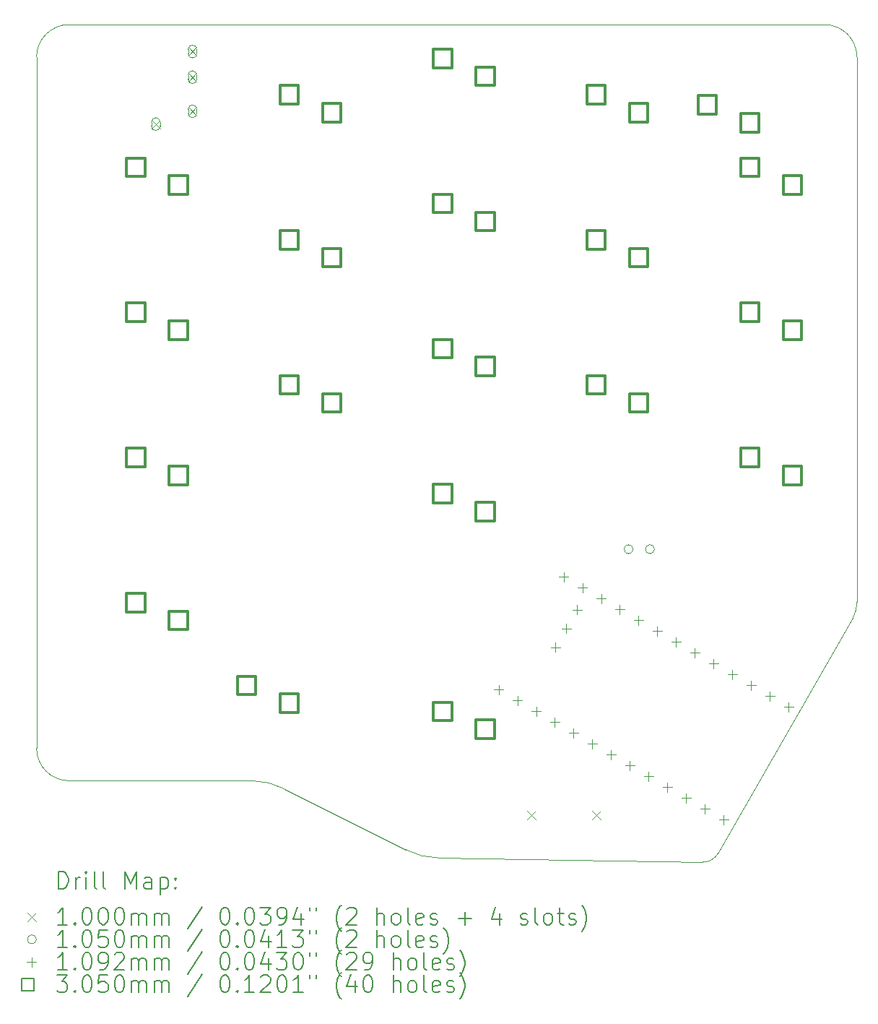
<source format=gbr>
%TF.GenerationSoftware,KiCad,Pcbnew,7.0.9-7.0.9~ubuntu22.04.1*%
%TF.CreationDate,2025-04-09T21:41:56+03:00*%
%TF.ProjectId,Keeb,4b656562-2e6b-4696-9361-645f70636258,rev?*%
%TF.SameCoordinates,Original*%
%TF.FileFunction,Drillmap*%
%TF.FilePolarity,Positive*%
%FSLAX45Y45*%
G04 Gerber Fmt 4.5, Leading zero omitted, Abs format (unit mm)*
G04 Created by KiCad (PCBNEW 7.0.9-7.0.9~ubuntu22.04.1) date 2025-04-09 21:41:56*
%MOMM*%
%LPD*%
G01*
G04 APERTURE LIST*
%ADD10C,0.050000*%
%ADD11C,0.200000*%
%ADD12C,0.100000*%
%ADD13C,0.105000*%
%ADD14C,0.109220*%
%ADD15C,0.305000*%
G04 APERTURE END LIST*
D10*
X13165124Y-12324546D02*
G75*
G03*
X12784125Y-12229294I-381004J-714374D01*
G01*
X10260000Y-3752044D02*
X10260000Y-11848294D01*
X19880250Y-10133794D02*
X19880250Y-3752044D01*
X13165125Y-12324544D02*
X14593875Y-13038919D01*
X10641000Y-3371045D02*
G75*
G03*
X10260000Y-3752044I-1J-380999D01*
G01*
X18070500Y-13181796D02*
G75*
G03*
X18250944Y-13081516I8120J197876D01*
G01*
X14593876Y-13038918D02*
G75*
G03*
X14974875Y-13134169I381004J714378D01*
G01*
X19499250Y-3371044D02*
X10641000Y-3371044D01*
X19832623Y-10324293D02*
G75*
G03*
X19880250Y-10133794I-357183J190503D01*
G01*
X18250944Y-13081516D02*
X19832625Y-10324294D01*
X19880246Y-3752044D02*
G75*
G03*
X19499250Y-3371044I-380996J4D01*
G01*
X18070500Y-13181794D02*
X14974875Y-13134169D01*
X10259996Y-11848294D02*
G75*
G03*
X10641000Y-12229294I381004J4D01*
G01*
X12784125Y-12229294D02*
X10641000Y-12229294D01*
D11*
D12*
X11607500Y-4486794D02*
X11707500Y-4586794D01*
X11707500Y-4486794D02*
X11607500Y-4586794D01*
X11607500Y-4511794D02*
X11607500Y-4561794D01*
X11607500Y-4561794D02*
G75*
G03*
X11707500Y-4561794I50000J0D01*
G01*
X11707500Y-4561794D02*
X11707500Y-4511794D01*
X11707500Y-4511794D02*
G75*
G03*
X11607500Y-4511794I-50000J0D01*
G01*
X12037500Y-3636794D02*
X12137500Y-3736794D01*
X12137500Y-3636794D02*
X12037500Y-3736794D01*
X12037500Y-3661794D02*
X12037500Y-3711794D01*
X12037500Y-3711794D02*
G75*
G03*
X12137500Y-3711794I50000J0D01*
G01*
X12137500Y-3711794D02*
X12137500Y-3661794D01*
X12137500Y-3661794D02*
G75*
G03*
X12037500Y-3661794I-50000J0D01*
G01*
X12037500Y-3936794D02*
X12137500Y-4036794D01*
X12137500Y-3936794D02*
X12037500Y-4036794D01*
X12037500Y-3961794D02*
X12037500Y-4011794D01*
X12037500Y-4011794D02*
G75*
G03*
X12137500Y-4011794I50000J0D01*
G01*
X12137500Y-4011794D02*
X12137500Y-3961794D01*
X12137500Y-3961794D02*
G75*
G03*
X12037500Y-3961794I-50000J0D01*
G01*
X12037500Y-4336794D02*
X12137500Y-4436794D01*
X12137500Y-4336794D02*
X12037500Y-4436794D01*
X12037500Y-4361794D02*
X12037500Y-4411794D01*
X12037500Y-4411794D02*
G75*
G03*
X12137500Y-4411794I50000J0D01*
G01*
X12137500Y-4411794D02*
X12137500Y-4361794D01*
X12137500Y-4361794D02*
G75*
G03*
X12037500Y-4361794I-50000J0D01*
G01*
X16011500Y-12583794D02*
X16111500Y-12683794D01*
X16111500Y-12583794D02*
X16011500Y-12683794D01*
X16773500Y-12583794D02*
X16873500Y-12683794D01*
X16873500Y-12583794D02*
X16773500Y-12683794D01*
D13*
X17255000Y-9516794D02*
G75*
G03*
X17255000Y-9516794I-52500J0D01*
G01*
X17505000Y-9516794D02*
G75*
G03*
X17505000Y-9516794I-52500J0D01*
G01*
D14*
X15678162Y-11107096D02*
X15678162Y-11216316D01*
X15623552Y-11161706D02*
X15732772Y-11161706D01*
X15898133Y-11234096D02*
X15898133Y-11343316D01*
X15843523Y-11288706D02*
X15952743Y-11288706D01*
X16118103Y-11361096D02*
X16118103Y-11470316D01*
X16063493Y-11415706D02*
X16172713Y-11415706D01*
X16338074Y-11488096D02*
X16338074Y-11597316D01*
X16283464Y-11542706D02*
X16392684Y-11542706D01*
X16345124Y-10612284D02*
X16345124Y-10721504D01*
X16290514Y-10666894D02*
X16399734Y-10666894D01*
X16440162Y-9787273D02*
X16440162Y-9896493D01*
X16385552Y-9841883D02*
X16494772Y-9841883D01*
X16472124Y-10392314D02*
X16472124Y-10501534D01*
X16417514Y-10446924D02*
X16526734Y-10446924D01*
X16558044Y-11615096D02*
X16558044Y-11724316D01*
X16503434Y-11669706D02*
X16612654Y-11669706D01*
X16599124Y-10172344D02*
X16599124Y-10281564D01*
X16544514Y-10226954D02*
X16653734Y-10226954D01*
X16660133Y-9914273D02*
X16660133Y-10023493D01*
X16605523Y-9968883D02*
X16714743Y-9968883D01*
X16778015Y-11742096D02*
X16778015Y-11851316D01*
X16723405Y-11796706D02*
X16832625Y-11796706D01*
X16880103Y-10041273D02*
X16880103Y-10150493D01*
X16825493Y-10095883D02*
X16934713Y-10095883D01*
X16997985Y-11869096D02*
X16997985Y-11978316D01*
X16943375Y-11923706D02*
X17052595Y-11923706D01*
X17100074Y-10168273D02*
X17100074Y-10277493D01*
X17045464Y-10222883D02*
X17154684Y-10222883D01*
X17217956Y-11996096D02*
X17217956Y-12105316D01*
X17163346Y-12050706D02*
X17272566Y-12050706D01*
X17320044Y-10295273D02*
X17320044Y-10404493D01*
X17265434Y-10349883D02*
X17374654Y-10349883D01*
X17437926Y-12123096D02*
X17437926Y-12232316D01*
X17383316Y-12177706D02*
X17492536Y-12177706D01*
X17540015Y-10422273D02*
X17540015Y-10531493D01*
X17485405Y-10476883D02*
X17594625Y-10476883D01*
X17657897Y-12250096D02*
X17657897Y-12359316D01*
X17603287Y-12304706D02*
X17712507Y-12304706D01*
X17759985Y-10549273D02*
X17759985Y-10658493D01*
X17705375Y-10603883D02*
X17814595Y-10603883D01*
X17877867Y-12377096D02*
X17877867Y-12486316D01*
X17823257Y-12431706D02*
X17932477Y-12431706D01*
X17979956Y-10676273D02*
X17979956Y-10785493D01*
X17925346Y-10730883D02*
X18034566Y-10730883D01*
X18097838Y-12504096D02*
X18097838Y-12613316D01*
X18043228Y-12558706D02*
X18152448Y-12558706D01*
X18199926Y-10803273D02*
X18199926Y-10912493D01*
X18145316Y-10857883D02*
X18254536Y-10857883D01*
X18317808Y-12631096D02*
X18317808Y-12740316D01*
X18263198Y-12685706D02*
X18372418Y-12685706D01*
X18419897Y-10930273D02*
X18419897Y-11039493D01*
X18365287Y-10984883D02*
X18474507Y-10984883D01*
X18639867Y-11057273D02*
X18639867Y-11166493D01*
X18585257Y-11111883D02*
X18694477Y-11111883D01*
X18859838Y-11184273D02*
X18859838Y-11293493D01*
X18805228Y-11238883D02*
X18914448Y-11238883D01*
X19079808Y-11311273D02*
X19079808Y-11420493D01*
X19025198Y-11365883D02*
X19134418Y-11365883D01*
D15*
X11530335Y-5149629D02*
X11530335Y-4933960D01*
X11314665Y-4933960D01*
X11314665Y-5149629D01*
X11530335Y-5149629D01*
X11530335Y-6849629D02*
X11530335Y-6633960D01*
X11314665Y-6633960D01*
X11314665Y-6849629D01*
X11530335Y-6849629D01*
X11530335Y-8549629D02*
X11530335Y-8333960D01*
X11314665Y-8333960D01*
X11314665Y-8549629D01*
X11530335Y-8549629D01*
X11530335Y-10249629D02*
X11530335Y-10033960D01*
X11314665Y-10033960D01*
X11314665Y-10249629D01*
X11530335Y-10249629D01*
X12030335Y-5359629D02*
X12030335Y-5143960D01*
X11814665Y-5143960D01*
X11814665Y-5359629D01*
X12030335Y-5359629D01*
X12030335Y-7059629D02*
X12030335Y-6843960D01*
X11814665Y-6843960D01*
X11814665Y-7059629D01*
X12030335Y-7059629D01*
X12030335Y-8759629D02*
X12030335Y-8543960D01*
X11814665Y-8543960D01*
X11814665Y-8759629D01*
X12030335Y-8759629D01*
X12030335Y-10459629D02*
X12030335Y-10243960D01*
X11814665Y-10243960D01*
X11814665Y-10459629D01*
X12030335Y-10459629D01*
X12830335Y-11219629D02*
X12830335Y-11003960D01*
X12614665Y-11003960D01*
X12614665Y-11219629D01*
X12830335Y-11219629D01*
X13330335Y-4299629D02*
X13330335Y-4083960D01*
X13114665Y-4083960D01*
X13114665Y-4299629D01*
X13330335Y-4299629D01*
X13330335Y-5999629D02*
X13330335Y-5783960D01*
X13114665Y-5783960D01*
X13114665Y-5999629D01*
X13330335Y-5999629D01*
X13330335Y-7699629D02*
X13330335Y-7483960D01*
X13114665Y-7483960D01*
X13114665Y-7699629D01*
X13330335Y-7699629D01*
X13330335Y-11429629D02*
X13330335Y-11213960D01*
X13114665Y-11213960D01*
X13114665Y-11429629D01*
X13330335Y-11429629D01*
X13830335Y-4509629D02*
X13830335Y-4293960D01*
X13614665Y-4293960D01*
X13614665Y-4509629D01*
X13830335Y-4509629D01*
X13830335Y-6209629D02*
X13830335Y-5993960D01*
X13614665Y-5993960D01*
X13614665Y-6209629D01*
X13830335Y-6209629D01*
X13830335Y-7909629D02*
X13830335Y-7693960D01*
X13614665Y-7693960D01*
X13614665Y-7909629D01*
X13830335Y-7909629D01*
X15130335Y-3874629D02*
X15130335Y-3658960D01*
X14914665Y-3658960D01*
X14914665Y-3874629D01*
X15130335Y-3874629D01*
X15130335Y-5574629D02*
X15130335Y-5358960D01*
X14914665Y-5358960D01*
X14914665Y-5574629D01*
X15130335Y-5574629D01*
X15130335Y-7274629D02*
X15130335Y-7058960D01*
X14914665Y-7058960D01*
X14914665Y-7274629D01*
X15130335Y-7274629D01*
X15130335Y-8974629D02*
X15130335Y-8758960D01*
X14914665Y-8758960D01*
X14914665Y-8974629D01*
X15130335Y-8974629D01*
X15130335Y-11524629D02*
X15130335Y-11308960D01*
X14914665Y-11308960D01*
X14914665Y-11524629D01*
X15130335Y-11524629D01*
X15630335Y-4084629D02*
X15630335Y-3868960D01*
X15414665Y-3868960D01*
X15414665Y-4084629D01*
X15630335Y-4084629D01*
X15630335Y-5784629D02*
X15630335Y-5568960D01*
X15414665Y-5568960D01*
X15414665Y-5784629D01*
X15630335Y-5784629D01*
X15630335Y-7484629D02*
X15630335Y-7268960D01*
X15414665Y-7268960D01*
X15414665Y-7484629D01*
X15630335Y-7484629D01*
X15630335Y-9184629D02*
X15630335Y-8968960D01*
X15414665Y-8968960D01*
X15414665Y-9184629D01*
X15630335Y-9184629D01*
X15630335Y-11734629D02*
X15630335Y-11518960D01*
X15414665Y-11518960D01*
X15414665Y-11734629D01*
X15630335Y-11734629D01*
X16930335Y-4299629D02*
X16930335Y-4083960D01*
X16714665Y-4083960D01*
X16714665Y-4299629D01*
X16930335Y-4299629D01*
X16930335Y-5999629D02*
X16930335Y-5783960D01*
X16714665Y-5783960D01*
X16714665Y-5999629D01*
X16930335Y-5999629D01*
X16930335Y-7699629D02*
X16930335Y-7483960D01*
X16714665Y-7483960D01*
X16714665Y-7699629D01*
X16930335Y-7699629D01*
X17430335Y-4509629D02*
X17430335Y-4293960D01*
X17214665Y-4293960D01*
X17214665Y-4509629D01*
X17430335Y-4509629D01*
X17430335Y-6209629D02*
X17430335Y-5993960D01*
X17214665Y-5993960D01*
X17214665Y-6209629D01*
X17430335Y-6209629D01*
X17430335Y-7909629D02*
X17430335Y-7693960D01*
X17214665Y-7693960D01*
X17214665Y-7909629D01*
X17430335Y-7909629D01*
X18230335Y-4419629D02*
X18230335Y-4203960D01*
X18014665Y-4203960D01*
X18014665Y-4419629D01*
X18230335Y-4419629D01*
X18730335Y-4629629D02*
X18730335Y-4413960D01*
X18514665Y-4413960D01*
X18514665Y-4629629D01*
X18730335Y-4629629D01*
X18730335Y-5149629D02*
X18730335Y-4933960D01*
X18514665Y-4933960D01*
X18514665Y-5149629D01*
X18730335Y-5149629D01*
X18730335Y-6849629D02*
X18730335Y-6633960D01*
X18514665Y-6633960D01*
X18514665Y-6849629D01*
X18730335Y-6849629D01*
X18730335Y-8549629D02*
X18730335Y-8333960D01*
X18514665Y-8333960D01*
X18514665Y-8549629D01*
X18730335Y-8549629D01*
X19230335Y-5359629D02*
X19230335Y-5143960D01*
X19014665Y-5143960D01*
X19014665Y-5359629D01*
X19230335Y-5359629D01*
X19230335Y-7059629D02*
X19230335Y-6843960D01*
X19014665Y-6843960D01*
X19014665Y-7059629D01*
X19230335Y-7059629D01*
X19230335Y-8759629D02*
X19230335Y-8543960D01*
X19014665Y-8543960D01*
X19014665Y-8759629D01*
X19230335Y-8759629D01*
D11*
X10518277Y-13495946D02*
X10518277Y-13295946D01*
X10518277Y-13295946D02*
X10565896Y-13295946D01*
X10565896Y-13295946D02*
X10594467Y-13305470D01*
X10594467Y-13305470D02*
X10613515Y-13324517D01*
X10613515Y-13324517D02*
X10623039Y-13343565D01*
X10623039Y-13343565D02*
X10632563Y-13381660D01*
X10632563Y-13381660D02*
X10632563Y-13410232D01*
X10632563Y-13410232D02*
X10623039Y-13448327D01*
X10623039Y-13448327D02*
X10613515Y-13467374D01*
X10613515Y-13467374D02*
X10594467Y-13486422D01*
X10594467Y-13486422D02*
X10565896Y-13495946D01*
X10565896Y-13495946D02*
X10518277Y-13495946D01*
X10718277Y-13495946D02*
X10718277Y-13362613D01*
X10718277Y-13400708D02*
X10727801Y-13381660D01*
X10727801Y-13381660D02*
X10737324Y-13372136D01*
X10737324Y-13372136D02*
X10756372Y-13362613D01*
X10756372Y-13362613D02*
X10775420Y-13362613D01*
X10842086Y-13495946D02*
X10842086Y-13362613D01*
X10842086Y-13295946D02*
X10832563Y-13305470D01*
X10832563Y-13305470D02*
X10842086Y-13314994D01*
X10842086Y-13314994D02*
X10851610Y-13305470D01*
X10851610Y-13305470D02*
X10842086Y-13295946D01*
X10842086Y-13295946D02*
X10842086Y-13314994D01*
X10965896Y-13495946D02*
X10946848Y-13486422D01*
X10946848Y-13486422D02*
X10937324Y-13467374D01*
X10937324Y-13467374D02*
X10937324Y-13295946D01*
X11070658Y-13495946D02*
X11051610Y-13486422D01*
X11051610Y-13486422D02*
X11042086Y-13467374D01*
X11042086Y-13467374D02*
X11042086Y-13295946D01*
X11299229Y-13495946D02*
X11299229Y-13295946D01*
X11299229Y-13295946D02*
X11365896Y-13438803D01*
X11365896Y-13438803D02*
X11432562Y-13295946D01*
X11432562Y-13295946D02*
X11432562Y-13495946D01*
X11613515Y-13495946D02*
X11613515Y-13391184D01*
X11613515Y-13391184D02*
X11603991Y-13372136D01*
X11603991Y-13372136D02*
X11584943Y-13362613D01*
X11584943Y-13362613D02*
X11546848Y-13362613D01*
X11546848Y-13362613D02*
X11527801Y-13372136D01*
X11613515Y-13486422D02*
X11594467Y-13495946D01*
X11594467Y-13495946D02*
X11546848Y-13495946D01*
X11546848Y-13495946D02*
X11527801Y-13486422D01*
X11527801Y-13486422D02*
X11518277Y-13467374D01*
X11518277Y-13467374D02*
X11518277Y-13448327D01*
X11518277Y-13448327D02*
X11527801Y-13429279D01*
X11527801Y-13429279D02*
X11546848Y-13419755D01*
X11546848Y-13419755D02*
X11594467Y-13419755D01*
X11594467Y-13419755D02*
X11613515Y-13410232D01*
X11708753Y-13362613D02*
X11708753Y-13562613D01*
X11708753Y-13372136D02*
X11727801Y-13362613D01*
X11727801Y-13362613D02*
X11765896Y-13362613D01*
X11765896Y-13362613D02*
X11784943Y-13372136D01*
X11784943Y-13372136D02*
X11794467Y-13381660D01*
X11794467Y-13381660D02*
X11803991Y-13400708D01*
X11803991Y-13400708D02*
X11803991Y-13457851D01*
X11803991Y-13457851D02*
X11794467Y-13476898D01*
X11794467Y-13476898D02*
X11784943Y-13486422D01*
X11784943Y-13486422D02*
X11765896Y-13495946D01*
X11765896Y-13495946D02*
X11727801Y-13495946D01*
X11727801Y-13495946D02*
X11708753Y-13486422D01*
X11889705Y-13476898D02*
X11899229Y-13486422D01*
X11899229Y-13486422D02*
X11889705Y-13495946D01*
X11889705Y-13495946D02*
X11880182Y-13486422D01*
X11880182Y-13486422D02*
X11889705Y-13476898D01*
X11889705Y-13476898D02*
X11889705Y-13495946D01*
X11889705Y-13372136D02*
X11899229Y-13381660D01*
X11899229Y-13381660D02*
X11889705Y-13391184D01*
X11889705Y-13391184D02*
X11880182Y-13381660D01*
X11880182Y-13381660D02*
X11889705Y-13372136D01*
X11889705Y-13372136D02*
X11889705Y-13391184D01*
D12*
X10157500Y-13774462D02*
X10257500Y-13874462D01*
X10257500Y-13774462D02*
X10157500Y-13874462D01*
D11*
X10623039Y-13915946D02*
X10508753Y-13915946D01*
X10565896Y-13915946D02*
X10565896Y-13715946D01*
X10565896Y-13715946D02*
X10546848Y-13744517D01*
X10546848Y-13744517D02*
X10527801Y-13763565D01*
X10527801Y-13763565D02*
X10508753Y-13773089D01*
X10708753Y-13896898D02*
X10718277Y-13906422D01*
X10718277Y-13906422D02*
X10708753Y-13915946D01*
X10708753Y-13915946D02*
X10699229Y-13906422D01*
X10699229Y-13906422D02*
X10708753Y-13896898D01*
X10708753Y-13896898D02*
X10708753Y-13915946D01*
X10842086Y-13715946D02*
X10861134Y-13715946D01*
X10861134Y-13715946D02*
X10880182Y-13725470D01*
X10880182Y-13725470D02*
X10889705Y-13734994D01*
X10889705Y-13734994D02*
X10899229Y-13754041D01*
X10899229Y-13754041D02*
X10908753Y-13792136D01*
X10908753Y-13792136D02*
X10908753Y-13839755D01*
X10908753Y-13839755D02*
X10899229Y-13877851D01*
X10899229Y-13877851D02*
X10889705Y-13896898D01*
X10889705Y-13896898D02*
X10880182Y-13906422D01*
X10880182Y-13906422D02*
X10861134Y-13915946D01*
X10861134Y-13915946D02*
X10842086Y-13915946D01*
X10842086Y-13915946D02*
X10823039Y-13906422D01*
X10823039Y-13906422D02*
X10813515Y-13896898D01*
X10813515Y-13896898D02*
X10803991Y-13877851D01*
X10803991Y-13877851D02*
X10794467Y-13839755D01*
X10794467Y-13839755D02*
X10794467Y-13792136D01*
X10794467Y-13792136D02*
X10803991Y-13754041D01*
X10803991Y-13754041D02*
X10813515Y-13734994D01*
X10813515Y-13734994D02*
X10823039Y-13725470D01*
X10823039Y-13725470D02*
X10842086Y-13715946D01*
X11032563Y-13715946D02*
X11051610Y-13715946D01*
X11051610Y-13715946D02*
X11070658Y-13725470D01*
X11070658Y-13725470D02*
X11080182Y-13734994D01*
X11080182Y-13734994D02*
X11089705Y-13754041D01*
X11089705Y-13754041D02*
X11099229Y-13792136D01*
X11099229Y-13792136D02*
X11099229Y-13839755D01*
X11099229Y-13839755D02*
X11089705Y-13877851D01*
X11089705Y-13877851D02*
X11080182Y-13896898D01*
X11080182Y-13896898D02*
X11070658Y-13906422D01*
X11070658Y-13906422D02*
X11051610Y-13915946D01*
X11051610Y-13915946D02*
X11032563Y-13915946D01*
X11032563Y-13915946D02*
X11013515Y-13906422D01*
X11013515Y-13906422D02*
X11003991Y-13896898D01*
X11003991Y-13896898D02*
X10994467Y-13877851D01*
X10994467Y-13877851D02*
X10984944Y-13839755D01*
X10984944Y-13839755D02*
X10984944Y-13792136D01*
X10984944Y-13792136D02*
X10994467Y-13754041D01*
X10994467Y-13754041D02*
X11003991Y-13734994D01*
X11003991Y-13734994D02*
X11013515Y-13725470D01*
X11013515Y-13725470D02*
X11032563Y-13715946D01*
X11223039Y-13715946D02*
X11242086Y-13715946D01*
X11242086Y-13715946D02*
X11261134Y-13725470D01*
X11261134Y-13725470D02*
X11270658Y-13734994D01*
X11270658Y-13734994D02*
X11280182Y-13754041D01*
X11280182Y-13754041D02*
X11289705Y-13792136D01*
X11289705Y-13792136D02*
X11289705Y-13839755D01*
X11289705Y-13839755D02*
X11280182Y-13877851D01*
X11280182Y-13877851D02*
X11270658Y-13896898D01*
X11270658Y-13896898D02*
X11261134Y-13906422D01*
X11261134Y-13906422D02*
X11242086Y-13915946D01*
X11242086Y-13915946D02*
X11223039Y-13915946D01*
X11223039Y-13915946D02*
X11203991Y-13906422D01*
X11203991Y-13906422D02*
X11194467Y-13896898D01*
X11194467Y-13896898D02*
X11184943Y-13877851D01*
X11184943Y-13877851D02*
X11175420Y-13839755D01*
X11175420Y-13839755D02*
X11175420Y-13792136D01*
X11175420Y-13792136D02*
X11184943Y-13754041D01*
X11184943Y-13754041D02*
X11194467Y-13734994D01*
X11194467Y-13734994D02*
X11203991Y-13725470D01*
X11203991Y-13725470D02*
X11223039Y-13715946D01*
X11375420Y-13915946D02*
X11375420Y-13782613D01*
X11375420Y-13801660D02*
X11384943Y-13792136D01*
X11384943Y-13792136D02*
X11403991Y-13782613D01*
X11403991Y-13782613D02*
X11432563Y-13782613D01*
X11432563Y-13782613D02*
X11451610Y-13792136D01*
X11451610Y-13792136D02*
X11461134Y-13811184D01*
X11461134Y-13811184D02*
X11461134Y-13915946D01*
X11461134Y-13811184D02*
X11470658Y-13792136D01*
X11470658Y-13792136D02*
X11489705Y-13782613D01*
X11489705Y-13782613D02*
X11518277Y-13782613D01*
X11518277Y-13782613D02*
X11537324Y-13792136D01*
X11537324Y-13792136D02*
X11546848Y-13811184D01*
X11546848Y-13811184D02*
X11546848Y-13915946D01*
X11642086Y-13915946D02*
X11642086Y-13782613D01*
X11642086Y-13801660D02*
X11651610Y-13792136D01*
X11651610Y-13792136D02*
X11670658Y-13782613D01*
X11670658Y-13782613D02*
X11699229Y-13782613D01*
X11699229Y-13782613D02*
X11718277Y-13792136D01*
X11718277Y-13792136D02*
X11727801Y-13811184D01*
X11727801Y-13811184D02*
X11727801Y-13915946D01*
X11727801Y-13811184D02*
X11737324Y-13792136D01*
X11737324Y-13792136D02*
X11756372Y-13782613D01*
X11756372Y-13782613D02*
X11784943Y-13782613D01*
X11784943Y-13782613D02*
X11803991Y-13792136D01*
X11803991Y-13792136D02*
X11813515Y-13811184D01*
X11813515Y-13811184D02*
X11813515Y-13915946D01*
X12203991Y-13706422D02*
X12032563Y-13963565D01*
X12461134Y-13715946D02*
X12480182Y-13715946D01*
X12480182Y-13715946D02*
X12499229Y-13725470D01*
X12499229Y-13725470D02*
X12508753Y-13734994D01*
X12508753Y-13734994D02*
X12518277Y-13754041D01*
X12518277Y-13754041D02*
X12527801Y-13792136D01*
X12527801Y-13792136D02*
X12527801Y-13839755D01*
X12527801Y-13839755D02*
X12518277Y-13877851D01*
X12518277Y-13877851D02*
X12508753Y-13896898D01*
X12508753Y-13896898D02*
X12499229Y-13906422D01*
X12499229Y-13906422D02*
X12480182Y-13915946D01*
X12480182Y-13915946D02*
X12461134Y-13915946D01*
X12461134Y-13915946D02*
X12442086Y-13906422D01*
X12442086Y-13906422D02*
X12432563Y-13896898D01*
X12432563Y-13896898D02*
X12423039Y-13877851D01*
X12423039Y-13877851D02*
X12413515Y-13839755D01*
X12413515Y-13839755D02*
X12413515Y-13792136D01*
X12413515Y-13792136D02*
X12423039Y-13754041D01*
X12423039Y-13754041D02*
X12432563Y-13734994D01*
X12432563Y-13734994D02*
X12442086Y-13725470D01*
X12442086Y-13725470D02*
X12461134Y-13715946D01*
X12613515Y-13896898D02*
X12623039Y-13906422D01*
X12623039Y-13906422D02*
X12613515Y-13915946D01*
X12613515Y-13915946D02*
X12603991Y-13906422D01*
X12603991Y-13906422D02*
X12613515Y-13896898D01*
X12613515Y-13896898D02*
X12613515Y-13915946D01*
X12746848Y-13715946D02*
X12765896Y-13715946D01*
X12765896Y-13715946D02*
X12784944Y-13725470D01*
X12784944Y-13725470D02*
X12794467Y-13734994D01*
X12794467Y-13734994D02*
X12803991Y-13754041D01*
X12803991Y-13754041D02*
X12813515Y-13792136D01*
X12813515Y-13792136D02*
X12813515Y-13839755D01*
X12813515Y-13839755D02*
X12803991Y-13877851D01*
X12803991Y-13877851D02*
X12794467Y-13896898D01*
X12794467Y-13896898D02*
X12784944Y-13906422D01*
X12784944Y-13906422D02*
X12765896Y-13915946D01*
X12765896Y-13915946D02*
X12746848Y-13915946D01*
X12746848Y-13915946D02*
X12727801Y-13906422D01*
X12727801Y-13906422D02*
X12718277Y-13896898D01*
X12718277Y-13896898D02*
X12708753Y-13877851D01*
X12708753Y-13877851D02*
X12699229Y-13839755D01*
X12699229Y-13839755D02*
X12699229Y-13792136D01*
X12699229Y-13792136D02*
X12708753Y-13754041D01*
X12708753Y-13754041D02*
X12718277Y-13734994D01*
X12718277Y-13734994D02*
X12727801Y-13725470D01*
X12727801Y-13725470D02*
X12746848Y-13715946D01*
X12880182Y-13715946D02*
X13003991Y-13715946D01*
X13003991Y-13715946D02*
X12937325Y-13792136D01*
X12937325Y-13792136D02*
X12965896Y-13792136D01*
X12965896Y-13792136D02*
X12984944Y-13801660D01*
X12984944Y-13801660D02*
X12994467Y-13811184D01*
X12994467Y-13811184D02*
X13003991Y-13830232D01*
X13003991Y-13830232D02*
X13003991Y-13877851D01*
X13003991Y-13877851D02*
X12994467Y-13896898D01*
X12994467Y-13896898D02*
X12984944Y-13906422D01*
X12984944Y-13906422D02*
X12965896Y-13915946D01*
X12965896Y-13915946D02*
X12908753Y-13915946D01*
X12908753Y-13915946D02*
X12889706Y-13906422D01*
X12889706Y-13906422D02*
X12880182Y-13896898D01*
X13099229Y-13915946D02*
X13137325Y-13915946D01*
X13137325Y-13915946D02*
X13156372Y-13906422D01*
X13156372Y-13906422D02*
X13165896Y-13896898D01*
X13165896Y-13896898D02*
X13184944Y-13868327D01*
X13184944Y-13868327D02*
X13194467Y-13830232D01*
X13194467Y-13830232D02*
X13194467Y-13754041D01*
X13194467Y-13754041D02*
X13184944Y-13734994D01*
X13184944Y-13734994D02*
X13175420Y-13725470D01*
X13175420Y-13725470D02*
X13156372Y-13715946D01*
X13156372Y-13715946D02*
X13118277Y-13715946D01*
X13118277Y-13715946D02*
X13099229Y-13725470D01*
X13099229Y-13725470D02*
X13089706Y-13734994D01*
X13089706Y-13734994D02*
X13080182Y-13754041D01*
X13080182Y-13754041D02*
X13080182Y-13801660D01*
X13080182Y-13801660D02*
X13089706Y-13820708D01*
X13089706Y-13820708D02*
X13099229Y-13830232D01*
X13099229Y-13830232D02*
X13118277Y-13839755D01*
X13118277Y-13839755D02*
X13156372Y-13839755D01*
X13156372Y-13839755D02*
X13175420Y-13830232D01*
X13175420Y-13830232D02*
X13184944Y-13820708D01*
X13184944Y-13820708D02*
X13194467Y-13801660D01*
X13365896Y-13782613D02*
X13365896Y-13915946D01*
X13318277Y-13706422D02*
X13270658Y-13849279D01*
X13270658Y-13849279D02*
X13394467Y-13849279D01*
X13461134Y-13715946D02*
X13461134Y-13754041D01*
X13537325Y-13715946D02*
X13537325Y-13754041D01*
X13832563Y-13992136D02*
X13823039Y-13982613D01*
X13823039Y-13982613D02*
X13803991Y-13954041D01*
X13803991Y-13954041D02*
X13794468Y-13934994D01*
X13794468Y-13934994D02*
X13784944Y-13906422D01*
X13784944Y-13906422D02*
X13775420Y-13858803D01*
X13775420Y-13858803D02*
X13775420Y-13820708D01*
X13775420Y-13820708D02*
X13784944Y-13773089D01*
X13784944Y-13773089D02*
X13794468Y-13744517D01*
X13794468Y-13744517D02*
X13803991Y-13725470D01*
X13803991Y-13725470D02*
X13823039Y-13696898D01*
X13823039Y-13696898D02*
X13832563Y-13687374D01*
X13899229Y-13734994D02*
X13908753Y-13725470D01*
X13908753Y-13725470D02*
X13927801Y-13715946D01*
X13927801Y-13715946D02*
X13975420Y-13715946D01*
X13975420Y-13715946D02*
X13994468Y-13725470D01*
X13994468Y-13725470D02*
X14003991Y-13734994D01*
X14003991Y-13734994D02*
X14013515Y-13754041D01*
X14013515Y-13754041D02*
X14013515Y-13773089D01*
X14013515Y-13773089D02*
X14003991Y-13801660D01*
X14003991Y-13801660D02*
X13889706Y-13915946D01*
X13889706Y-13915946D02*
X14013515Y-13915946D01*
X14251610Y-13915946D02*
X14251610Y-13715946D01*
X14337325Y-13915946D02*
X14337325Y-13811184D01*
X14337325Y-13811184D02*
X14327801Y-13792136D01*
X14327801Y-13792136D02*
X14308753Y-13782613D01*
X14308753Y-13782613D02*
X14280182Y-13782613D01*
X14280182Y-13782613D02*
X14261134Y-13792136D01*
X14261134Y-13792136D02*
X14251610Y-13801660D01*
X14461134Y-13915946D02*
X14442087Y-13906422D01*
X14442087Y-13906422D02*
X14432563Y-13896898D01*
X14432563Y-13896898D02*
X14423039Y-13877851D01*
X14423039Y-13877851D02*
X14423039Y-13820708D01*
X14423039Y-13820708D02*
X14432563Y-13801660D01*
X14432563Y-13801660D02*
X14442087Y-13792136D01*
X14442087Y-13792136D02*
X14461134Y-13782613D01*
X14461134Y-13782613D02*
X14489706Y-13782613D01*
X14489706Y-13782613D02*
X14508753Y-13792136D01*
X14508753Y-13792136D02*
X14518277Y-13801660D01*
X14518277Y-13801660D02*
X14527801Y-13820708D01*
X14527801Y-13820708D02*
X14527801Y-13877851D01*
X14527801Y-13877851D02*
X14518277Y-13896898D01*
X14518277Y-13896898D02*
X14508753Y-13906422D01*
X14508753Y-13906422D02*
X14489706Y-13915946D01*
X14489706Y-13915946D02*
X14461134Y-13915946D01*
X14642087Y-13915946D02*
X14623039Y-13906422D01*
X14623039Y-13906422D02*
X14613515Y-13887374D01*
X14613515Y-13887374D02*
X14613515Y-13715946D01*
X14794468Y-13906422D02*
X14775420Y-13915946D01*
X14775420Y-13915946D02*
X14737325Y-13915946D01*
X14737325Y-13915946D02*
X14718277Y-13906422D01*
X14718277Y-13906422D02*
X14708753Y-13887374D01*
X14708753Y-13887374D02*
X14708753Y-13811184D01*
X14708753Y-13811184D02*
X14718277Y-13792136D01*
X14718277Y-13792136D02*
X14737325Y-13782613D01*
X14737325Y-13782613D02*
X14775420Y-13782613D01*
X14775420Y-13782613D02*
X14794468Y-13792136D01*
X14794468Y-13792136D02*
X14803991Y-13811184D01*
X14803991Y-13811184D02*
X14803991Y-13830232D01*
X14803991Y-13830232D02*
X14708753Y-13849279D01*
X14880182Y-13906422D02*
X14899230Y-13915946D01*
X14899230Y-13915946D02*
X14937325Y-13915946D01*
X14937325Y-13915946D02*
X14956372Y-13906422D01*
X14956372Y-13906422D02*
X14965896Y-13887374D01*
X14965896Y-13887374D02*
X14965896Y-13877851D01*
X14965896Y-13877851D02*
X14956372Y-13858803D01*
X14956372Y-13858803D02*
X14937325Y-13849279D01*
X14937325Y-13849279D02*
X14908753Y-13849279D01*
X14908753Y-13849279D02*
X14889706Y-13839755D01*
X14889706Y-13839755D02*
X14880182Y-13820708D01*
X14880182Y-13820708D02*
X14880182Y-13811184D01*
X14880182Y-13811184D02*
X14889706Y-13792136D01*
X14889706Y-13792136D02*
X14908753Y-13782613D01*
X14908753Y-13782613D02*
X14937325Y-13782613D01*
X14937325Y-13782613D02*
X14956372Y-13792136D01*
X15203992Y-13839755D02*
X15356373Y-13839755D01*
X15280182Y-13915946D02*
X15280182Y-13763565D01*
X15689706Y-13782613D02*
X15689706Y-13915946D01*
X15642087Y-13706422D02*
X15594468Y-13849279D01*
X15594468Y-13849279D02*
X15718277Y-13849279D01*
X15937325Y-13906422D02*
X15956373Y-13915946D01*
X15956373Y-13915946D02*
X15994468Y-13915946D01*
X15994468Y-13915946D02*
X16013515Y-13906422D01*
X16013515Y-13906422D02*
X16023039Y-13887374D01*
X16023039Y-13887374D02*
X16023039Y-13877851D01*
X16023039Y-13877851D02*
X16013515Y-13858803D01*
X16013515Y-13858803D02*
X15994468Y-13849279D01*
X15994468Y-13849279D02*
X15965896Y-13849279D01*
X15965896Y-13849279D02*
X15946849Y-13839755D01*
X15946849Y-13839755D02*
X15937325Y-13820708D01*
X15937325Y-13820708D02*
X15937325Y-13811184D01*
X15937325Y-13811184D02*
X15946849Y-13792136D01*
X15946849Y-13792136D02*
X15965896Y-13782613D01*
X15965896Y-13782613D02*
X15994468Y-13782613D01*
X15994468Y-13782613D02*
X16013515Y-13792136D01*
X16137325Y-13915946D02*
X16118277Y-13906422D01*
X16118277Y-13906422D02*
X16108754Y-13887374D01*
X16108754Y-13887374D02*
X16108754Y-13715946D01*
X16242087Y-13915946D02*
X16223039Y-13906422D01*
X16223039Y-13906422D02*
X16213515Y-13896898D01*
X16213515Y-13896898D02*
X16203992Y-13877851D01*
X16203992Y-13877851D02*
X16203992Y-13820708D01*
X16203992Y-13820708D02*
X16213515Y-13801660D01*
X16213515Y-13801660D02*
X16223039Y-13792136D01*
X16223039Y-13792136D02*
X16242087Y-13782613D01*
X16242087Y-13782613D02*
X16270658Y-13782613D01*
X16270658Y-13782613D02*
X16289706Y-13792136D01*
X16289706Y-13792136D02*
X16299230Y-13801660D01*
X16299230Y-13801660D02*
X16308754Y-13820708D01*
X16308754Y-13820708D02*
X16308754Y-13877851D01*
X16308754Y-13877851D02*
X16299230Y-13896898D01*
X16299230Y-13896898D02*
X16289706Y-13906422D01*
X16289706Y-13906422D02*
X16270658Y-13915946D01*
X16270658Y-13915946D02*
X16242087Y-13915946D01*
X16365896Y-13782613D02*
X16442087Y-13782613D01*
X16394468Y-13715946D02*
X16394468Y-13887374D01*
X16394468Y-13887374D02*
X16403992Y-13906422D01*
X16403992Y-13906422D02*
X16423039Y-13915946D01*
X16423039Y-13915946D02*
X16442087Y-13915946D01*
X16499230Y-13906422D02*
X16518277Y-13915946D01*
X16518277Y-13915946D02*
X16556373Y-13915946D01*
X16556373Y-13915946D02*
X16575420Y-13906422D01*
X16575420Y-13906422D02*
X16584944Y-13887374D01*
X16584944Y-13887374D02*
X16584944Y-13877851D01*
X16584944Y-13877851D02*
X16575420Y-13858803D01*
X16575420Y-13858803D02*
X16556373Y-13849279D01*
X16556373Y-13849279D02*
X16527801Y-13849279D01*
X16527801Y-13849279D02*
X16508754Y-13839755D01*
X16508754Y-13839755D02*
X16499230Y-13820708D01*
X16499230Y-13820708D02*
X16499230Y-13811184D01*
X16499230Y-13811184D02*
X16508754Y-13792136D01*
X16508754Y-13792136D02*
X16527801Y-13782613D01*
X16527801Y-13782613D02*
X16556373Y-13782613D01*
X16556373Y-13782613D02*
X16575420Y-13792136D01*
X16651611Y-13992136D02*
X16661135Y-13982613D01*
X16661135Y-13982613D02*
X16680182Y-13954041D01*
X16680182Y-13954041D02*
X16689706Y-13934994D01*
X16689706Y-13934994D02*
X16699230Y-13906422D01*
X16699230Y-13906422D02*
X16708754Y-13858803D01*
X16708754Y-13858803D02*
X16708754Y-13820708D01*
X16708754Y-13820708D02*
X16699230Y-13773089D01*
X16699230Y-13773089D02*
X16689706Y-13744517D01*
X16689706Y-13744517D02*
X16680182Y-13725470D01*
X16680182Y-13725470D02*
X16661135Y-13696898D01*
X16661135Y-13696898D02*
X16651611Y-13687374D01*
D13*
X10257500Y-14088462D02*
G75*
G03*
X10257500Y-14088462I-52500J0D01*
G01*
D11*
X10623039Y-14179946D02*
X10508753Y-14179946D01*
X10565896Y-14179946D02*
X10565896Y-13979946D01*
X10565896Y-13979946D02*
X10546848Y-14008517D01*
X10546848Y-14008517D02*
X10527801Y-14027565D01*
X10527801Y-14027565D02*
X10508753Y-14037089D01*
X10708753Y-14160898D02*
X10718277Y-14170422D01*
X10718277Y-14170422D02*
X10708753Y-14179946D01*
X10708753Y-14179946D02*
X10699229Y-14170422D01*
X10699229Y-14170422D02*
X10708753Y-14160898D01*
X10708753Y-14160898D02*
X10708753Y-14179946D01*
X10842086Y-13979946D02*
X10861134Y-13979946D01*
X10861134Y-13979946D02*
X10880182Y-13989470D01*
X10880182Y-13989470D02*
X10889705Y-13998994D01*
X10889705Y-13998994D02*
X10899229Y-14018041D01*
X10899229Y-14018041D02*
X10908753Y-14056136D01*
X10908753Y-14056136D02*
X10908753Y-14103755D01*
X10908753Y-14103755D02*
X10899229Y-14141851D01*
X10899229Y-14141851D02*
X10889705Y-14160898D01*
X10889705Y-14160898D02*
X10880182Y-14170422D01*
X10880182Y-14170422D02*
X10861134Y-14179946D01*
X10861134Y-14179946D02*
X10842086Y-14179946D01*
X10842086Y-14179946D02*
X10823039Y-14170422D01*
X10823039Y-14170422D02*
X10813515Y-14160898D01*
X10813515Y-14160898D02*
X10803991Y-14141851D01*
X10803991Y-14141851D02*
X10794467Y-14103755D01*
X10794467Y-14103755D02*
X10794467Y-14056136D01*
X10794467Y-14056136D02*
X10803991Y-14018041D01*
X10803991Y-14018041D02*
X10813515Y-13998994D01*
X10813515Y-13998994D02*
X10823039Y-13989470D01*
X10823039Y-13989470D02*
X10842086Y-13979946D01*
X11089705Y-13979946D02*
X10994467Y-13979946D01*
X10994467Y-13979946D02*
X10984944Y-14075184D01*
X10984944Y-14075184D02*
X10994467Y-14065660D01*
X10994467Y-14065660D02*
X11013515Y-14056136D01*
X11013515Y-14056136D02*
X11061134Y-14056136D01*
X11061134Y-14056136D02*
X11080182Y-14065660D01*
X11080182Y-14065660D02*
X11089705Y-14075184D01*
X11089705Y-14075184D02*
X11099229Y-14094232D01*
X11099229Y-14094232D02*
X11099229Y-14141851D01*
X11099229Y-14141851D02*
X11089705Y-14160898D01*
X11089705Y-14160898D02*
X11080182Y-14170422D01*
X11080182Y-14170422D02*
X11061134Y-14179946D01*
X11061134Y-14179946D02*
X11013515Y-14179946D01*
X11013515Y-14179946D02*
X10994467Y-14170422D01*
X10994467Y-14170422D02*
X10984944Y-14160898D01*
X11223039Y-13979946D02*
X11242086Y-13979946D01*
X11242086Y-13979946D02*
X11261134Y-13989470D01*
X11261134Y-13989470D02*
X11270658Y-13998994D01*
X11270658Y-13998994D02*
X11280182Y-14018041D01*
X11280182Y-14018041D02*
X11289705Y-14056136D01*
X11289705Y-14056136D02*
X11289705Y-14103755D01*
X11289705Y-14103755D02*
X11280182Y-14141851D01*
X11280182Y-14141851D02*
X11270658Y-14160898D01*
X11270658Y-14160898D02*
X11261134Y-14170422D01*
X11261134Y-14170422D02*
X11242086Y-14179946D01*
X11242086Y-14179946D02*
X11223039Y-14179946D01*
X11223039Y-14179946D02*
X11203991Y-14170422D01*
X11203991Y-14170422D02*
X11194467Y-14160898D01*
X11194467Y-14160898D02*
X11184943Y-14141851D01*
X11184943Y-14141851D02*
X11175420Y-14103755D01*
X11175420Y-14103755D02*
X11175420Y-14056136D01*
X11175420Y-14056136D02*
X11184943Y-14018041D01*
X11184943Y-14018041D02*
X11194467Y-13998994D01*
X11194467Y-13998994D02*
X11203991Y-13989470D01*
X11203991Y-13989470D02*
X11223039Y-13979946D01*
X11375420Y-14179946D02*
X11375420Y-14046613D01*
X11375420Y-14065660D02*
X11384943Y-14056136D01*
X11384943Y-14056136D02*
X11403991Y-14046613D01*
X11403991Y-14046613D02*
X11432563Y-14046613D01*
X11432563Y-14046613D02*
X11451610Y-14056136D01*
X11451610Y-14056136D02*
X11461134Y-14075184D01*
X11461134Y-14075184D02*
X11461134Y-14179946D01*
X11461134Y-14075184D02*
X11470658Y-14056136D01*
X11470658Y-14056136D02*
X11489705Y-14046613D01*
X11489705Y-14046613D02*
X11518277Y-14046613D01*
X11518277Y-14046613D02*
X11537324Y-14056136D01*
X11537324Y-14056136D02*
X11546848Y-14075184D01*
X11546848Y-14075184D02*
X11546848Y-14179946D01*
X11642086Y-14179946D02*
X11642086Y-14046613D01*
X11642086Y-14065660D02*
X11651610Y-14056136D01*
X11651610Y-14056136D02*
X11670658Y-14046613D01*
X11670658Y-14046613D02*
X11699229Y-14046613D01*
X11699229Y-14046613D02*
X11718277Y-14056136D01*
X11718277Y-14056136D02*
X11727801Y-14075184D01*
X11727801Y-14075184D02*
X11727801Y-14179946D01*
X11727801Y-14075184D02*
X11737324Y-14056136D01*
X11737324Y-14056136D02*
X11756372Y-14046613D01*
X11756372Y-14046613D02*
X11784943Y-14046613D01*
X11784943Y-14046613D02*
X11803991Y-14056136D01*
X11803991Y-14056136D02*
X11813515Y-14075184D01*
X11813515Y-14075184D02*
X11813515Y-14179946D01*
X12203991Y-13970422D02*
X12032563Y-14227565D01*
X12461134Y-13979946D02*
X12480182Y-13979946D01*
X12480182Y-13979946D02*
X12499229Y-13989470D01*
X12499229Y-13989470D02*
X12508753Y-13998994D01*
X12508753Y-13998994D02*
X12518277Y-14018041D01*
X12518277Y-14018041D02*
X12527801Y-14056136D01*
X12527801Y-14056136D02*
X12527801Y-14103755D01*
X12527801Y-14103755D02*
X12518277Y-14141851D01*
X12518277Y-14141851D02*
X12508753Y-14160898D01*
X12508753Y-14160898D02*
X12499229Y-14170422D01*
X12499229Y-14170422D02*
X12480182Y-14179946D01*
X12480182Y-14179946D02*
X12461134Y-14179946D01*
X12461134Y-14179946D02*
X12442086Y-14170422D01*
X12442086Y-14170422D02*
X12432563Y-14160898D01*
X12432563Y-14160898D02*
X12423039Y-14141851D01*
X12423039Y-14141851D02*
X12413515Y-14103755D01*
X12413515Y-14103755D02*
X12413515Y-14056136D01*
X12413515Y-14056136D02*
X12423039Y-14018041D01*
X12423039Y-14018041D02*
X12432563Y-13998994D01*
X12432563Y-13998994D02*
X12442086Y-13989470D01*
X12442086Y-13989470D02*
X12461134Y-13979946D01*
X12613515Y-14160898D02*
X12623039Y-14170422D01*
X12623039Y-14170422D02*
X12613515Y-14179946D01*
X12613515Y-14179946D02*
X12603991Y-14170422D01*
X12603991Y-14170422D02*
X12613515Y-14160898D01*
X12613515Y-14160898D02*
X12613515Y-14179946D01*
X12746848Y-13979946D02*
X12765896Y-13979946D01*
X12765896Y-13979946D02*
X12784944Y-13989470D01*
X12784944Y-13989470D02*
X12794467Y-13998994D01*
X12794467Y-13998994D02*
X12803991Y-14018041D01*
X12803991Y-14018041D02*
X12813515Y-14056136D01*
X12813515Y-14056136D02*
X12813515Y-14103755D01*
X12813515Y-14103755D02*
X12803991Y-14141851D01*
X12803991Y-14141851D02*
X12794467Y-14160898D01*
X12794467Y-14160898D02*
X12784944Y-14170422D01*
X12784944Y-14170422D02*
X12765896Y-14179946D01*
X12765896Y-14179946D02*
X12746848Y-14179946D01*
X12746848Y-14179946D02*
X12727801Y-14170422D01*
X12727801Y-14170422D02*
X12718277Y-14160898D01*
X12718277Y-14160898D02*
X12708753Y-14141851D01*
X12708753Y-14141851D02*
X12699229Y-14103755D01*
X12699229Y-14103755D02*
X12699229Y-14056136D01*
X12699229Y-14056136D02*
X12708753Y-14018041D01*
X12708753Y-14018041D02*
X12718277Y-13998994D01*
X12718277Y-13998994D02*
X12727801Y-13989470D01*
X12727801Y-13989470D02*
X12746848Y-13979946D01*
X12984944Y-14046613D02*
X12984944Y-14179946D01*
X12937325Y-13970422D02*
X12889706Y-14113279D01*
X12889706Y-14113279D02*
X13013515Y-14113279D01*
X13194467Y-14179946D02*
X13080182Y-14179946D01*
X13137325Y-14179946D02*
X13137325Y-13979946D01*
X13137325Y-13979946D02*
X13118277Y-14008517D01*
X13118277Y-14008517D02*
X13099229Y-14027565D01*
X13099229Y-14027565D02*
X13080182Y-14037089D01*
X13261134Y-13979946D02*
X13384944Y-13979946D01*
X13384944Y-13979946D02*
X13318277Y-14056136D01*
X13318277Y-14056136D02*
X13346848Y-14056136D01*
X13346848Y-14056136D02*
X13365896Y-14065660D01*
X13365896Y-14065660D02*
X13375420Y-14075184D01*
X13375420Y-14075184D02*
X13384944Y-14094232D01*
X13384944Y-14094232D02*
X13384944Y-14141851D01*
X13384944Y-14141851D02*
X13375420Y-14160898D01*
X13375420Y-14160898D02*
X13365896Y-14170422D01*
X13365896Y-14170422D02*
X13346848Y-14179946D01*
X13346848Y-14179946D02*
X13289706Y-14179946D01*
X13289706Y-14179946D02*
X13270658Y-14170422D01*
X13270658Y-14170422D02*
X13261134Y-14160898D01*
X13461134Y-13979946D02*
X13461134Y-14018041D01*
X13537325Y-13979946D02*
X13537325Y-14018041D01*
X13832563Y-14256136D02*
X13823039Y-14246613D01*
X13823039Y-14246613D02*
X13803991Y-14218041D01*
X13803991Y-14218041D02*
X13794468Y-14198994D01*
X13794468Y-14198994D02*
X13784944Y-14170422D01*
X13784944Y-14170422D02*
X13775420Y-14122803D01*
X13775420Y-14122803D02*
X13775420Y-14084708D01*
X13775420Y-14084708D02*
X13784944Y-14037089D01*
X13784944Y-14037089D02*
X13794468Y-14008517D01*
X13794468Y-14008517D02*
X13803991Y-13989470D01*
X13803991Y-13989470D02*
X13823039Y-13960898D01*
X13823039Y-13960898D02*
X13832563Y-13951374D01*
X13899229Y-13998994D02*
X13908753Y-13989470D01*
X13908753Y-13989470D02*
X13927801Y-13979946D01*
X13927801Y-13979946D02*
X13975420Y-13979946D01*
X13975420Y-13979946D02*
X13994468Y-13989470D01*
X13994468Y-13989470D02*
X14003991Y-13998994D01*
X14003991Y-13998994D02*
X14013515Y-14018041D01*
X14013515Y-14018041D02*
X14013515Y-14037089D01*
X14013515Y-14037089D02*
X14003991Y-14065660D01*
X14003991Y-14065660D02*
X13889706Y-14179946D01*
X13889706Y-14179946D02*
X14013515Y-14179946D01*
X14251610Y-14179946D02*
X14251610Y-13979946D01*
X14337325Y-14179946D02*
X14337325Y-14075184D01*
X14337325Y-14075184D02*
X14327801Y-14056136D01*
X14327801Y-14056136D02*
X14308753Y-14046613D01*
X14308753Y-14046613D02*
X14280182Y-14046613D01*
X14280182Y-14046613D02*
X14261134Y-14056136D01*
X14261134Y-14056136D02*
X14251610Y-14065660D01*
X14461134Y-14179946D02*
X14442087Y-14170422D01*
X14442087Y-14170422D02*
X14432563Y-14160898D01*
X14432563Y-14160898D02*
X14423039Y-14141851D01*
X14423039Y-14141851D02*
X14423039Y-14084708D01*
X14423039Y-14084708D02*
X14432563Y-14065660D01*
X14432563Y-14065660D02*
X14442087Y-14056136D01*
X14442087Y-14056136D02*
X14461134Y-14046613D01*
X14461134Y-14046613D02*
X14489706Y-14046613D01*
X14489706Y-14046613D02*
X14508753Y-14056136D01*
X14508753Y-14056136D02*
X14518277Y-14065660D01*
X14518277Y-14065660D02*
X14527801Y-14084708D01*
X14527801Y-14084708D02*
X14527801Y-14141851D01*
X14527801Y-14141851D02*
X14518277Y-14160898D01*
X14518277Y-14160898D02*
X14508753Y-14170422D01*
X14508753Y-14170422D02*
X14489706Y-14179946D01*
X14489706Y-14179946D02*
X14461134Y-14179946D01*
X14642087Y-14179946D02*
X14623039Y-14170422D01*
X14623039Y-14170422D02*
X14613515Y-14151374D01*
X14613515Y-14151374D02*
X14613515Y-13979946D01*
X14794468Y-14170422D02*
X14775420Y-14179946D01*
X14775420Y-14179946D02*
X14737325Y-14179946D01*
X14737325Y-14179946D02*
X14718277Y-14170422D01*
X14718277Y-14170422D02*
X14708753Y-14151374D01*
X14708753Y-14151374D02*
X14708753Y-14075184D01*
X14708753Y-14075184D02*
X14718277Y-14056136D01*
X14718277Y-14056136D02*
X14737325Y-14046613D01*
X14737325Y-14046613D02*
X14775420Y-14046613D01*
X14775420Y-14046613D02*
X14794468Y-14056136D01*
X14794468Y-14056136D02*
X14803991Y-14075184D01*
X14803991Y-14075184D02*
X14803991Y-14094232D01*
X14803991Y-14094232D02*
X14708753Y-14113279D01*
X14880182Y-14170422D02*
X14899230Y-14179946D01*
X14899230Y-14179946D02*
X14937325Y-14179946D01*
X14937325Y-14179946D02*
X14956372Y-14170422D01*
X14956372Y-14170422D02*
X14965896Y-14151374D01*
X14965896Y-14151374D02*
X14965896Y-14141851D01*
X14965896Y-14141851D02*
X14956372Y-14122803D01*
X14956372Y-14122803D02*
X14937325Y-14113279D01*
X14937325Y-14113279D02*
X14908753Y-14113279D01*
X14908753Y-14113279D02*
X14889706Y-14103755D01*
X14889706Y-14103755D02*
X14880182Y-14084708D01*
X14880182Y-14084708D02*
X14880182Y-14075184D01*
X14880182Y-14075184D02*
X14889706Y-14056136D01*
X14889706Y-14056136D02*
X14908753Y-14046613D01*
X14908753Y-14046613D02*
X14937325Y-14046613D01*
X14937325Y-14046613D02*
X14956372Y-14056136D01*
X15032563Y-14256136D02*
X15042087Y-14246613D01*
X15042087Y-14246613D02*
X15061134Y-14218041D01*
X15061134Y-14218041D02*
X15070658Y-14198994D01*
X15070658Y-14198994D02*
X15080182Y-14170422D01*
X15080182Y-14170422D02*
X15089706Y-14122803D01*
X15089706Y-14122803D02*
X15089706Y-14084708D01*
X15089706Y-14084708D02*
X15080182Y-14037089D01*
X15080182Y-14037089D02*
X15070658Y-14008517D01*
X15070658Y-14008517D02*
X15061134Y-13989470D01*
X15061134Y-13989470D02*
X15042087Y-13960898D01*
X15042087Y-13960898D02*
X15032563Y-13951374D01*
D14*
X10202890Y-14297852D02*
X10202890Y-14407072D01*
X10148280Y-14352462D02*
X10257500Y-14352462D01*
D11*
X10623039Y-14443946D02*
X10508753Y-14443946D01*
X10565896Y-14443946D02*
X10565896Y-14243946D01*
X10565896Y-14243946D02*
X10546848Y-14272517D01*
X10546848Y-14272517D02*
X10527801Y-14291565D01*
X10527801Y-14291565D02*
X10508753Y-14301089D01*
X10708753Y-14424898D02*
X10718277Y-14434422D01*
X10718277Y-14434422D02*
X10708753Y-14443946D01*
X10708753Y-14443946D02*
X10699229Y-14434422D01*
X10699229Y-14434422D02*
X10708753Y-14424898D01*
X10708753Y-14424898D02*
X10708753Y-14443946D01*
X10842086Y-14243946D02*
X10861134Y-14243946D01*
X10861134Y-14243946D02*
X10880182Y-14253470D01*
X10880182Y-14253470D02*
X10889705Y-14262994D01*
X10889705Y-14262994D02*
X10899229Y-14282041D01*
X10899229Y-14282041D02*
X10908753Y-14320136D01*
X10908753Y-14320136D02*
X10908753Y-14367755D01*
X10908753Y-14367755D02*
X10899229Y-14405851D01*
X10899229Y-14405851D02*
X10889705Y-14424898D01*
X10889705Y-14424898D02*
X10880182Y-14434422D01*
X10880182Y-14434422D02*
X10861134Y-14443946D01*
X10861134Y-14443946D02*
X10842086Y-14443946D01*
X10842086Y-14443946D02*
X10823039Y-14434422D01*
X10823039Y-14434422D02*
X10813515Y-14424898D01*
X10813515Y-14424898D02*
X10803991Y-14405851D01*
X10803991Y-14405851D02*
X10794467Y-14367755D01*
X10794467Y-14367755D02*
X10794467Y-14320136D01*
X10794467Y-14320136D02*
X10803991Y-14282041D01*
X10803991Y-14282041D02*
X10813515Y-14262994D01*
X10813515Y-14262994D02*
X10823039Y-14253470D01*
X10823039Y-14253470D02*
X10842086Y-14243946D01*
X11003991Y-14443946D02*
X11042086Y-14443946D01*
X11042086Y-14443946D02*
X11061134Y-14434422D01*
X11061134Y-14434422D02*
X11070658Y-14424898D01*
X11070658Y-14424898D02*
X11089705Y-14396327D01*
X11089705Y-14396327D02*
X11099229Y-14358232D01*
X11099229Y-14358232D02*
X11099229Y-14282041D01*
X11099229Y-14282041D02*
X11089705Y-14262994D01*
X11089705Y-14262994D02*
X11080182Y-14253470D01*
X11080182Y-14253470D02*
X11061134Y-14243946D01*
X11061134Y-14243946D02*
X11023039Y-14243946D01*
X11023039Y-14243946D02*
X11003991Y-14253470D01*
X11003991Y-14253470D02*
X10994467Y-14262994D01*
X10994467Y-14262994D02*
X10984944Y-14282041D01*
X10984944Y-14282041D02*
X10984944Y-14329660D01*
X10984944Y-14329660D02*
X10994467Y-14348708D01*
X10994467Y-14348708D02*
X11003991Y-14358232D01*
X11003991Y-14358232D02*
X11023039Y-14367755D01*
X11023039Y-14367755D02*
X11061134Y-14367755D01*
X11061134Y-14367755D02*
X11080182Y-14358232D01*
X11080182Y-14358232D02*
X11089705Y-14348708D01*
X11089705Y-14348708D02*
X11099229Y-14329660D01*
X11175420Y-14262994D02*
X11184943Y-14253470D01*
X11184943Y-14253470D02*
X11203991Y-14243946D01*
X11203991Y-14243946D02*
X11251610Y-14243946D01*
X11251610Y-14243946D02*
X11270658Y-14253470D01*
X11270658Y-14253470D02*
X11280182Y-14262994D01*
X11280182Y-14262994D02*
X11289705Y-14282041D01*
X11289705Y-14282041D02*
X11289705Y-14301089D01*
X11289705Y-14301089D02*
X11280182Y-14329660D01*
X11280182Y-14329660D02*
X11165896Y-14443946D01*
X11165896Y-14443946D02*
X11289705Y-14443946D01*
X11375420Y-14443946D02*
X11375420Y-14310613D01*
X11375420Y-14329660D02*
X11384943Y-14320136D01*
X11384943Y-14320136D02*
X11403991Y-14310613D01*
X11403991Y-14310613D02*
X11432563Y-14310613D01*
X11432563Y-14310613D02*
X11451610Y-14320136D01*
X11451610Y-14320136D02*
X11461134Y-14339184D01*
X11461134Y-14339184D02*
X11461134Y-14443946D01*
X11461134Y-14339184D02*
X11470658Y-14320136D01*
X11470658Y-14320136D02*
X11489705Y-14310613D01*
X11489705Y-14310613D02*
X11518277Y-14310613D01*
X11518277Y-14310613D02*
X11537324Y-14320136D01*
X11537324Y-14320136D02*
X11546848Y-14339184D01*
X11546848Y-14339184D02*
X11546848Y-14443946D01*
X11642086Y-14443946D02*
X11642086Y-14310613D01*
X11642086Y-14329660D02*
X11651610Y-14320136D01*
X11651610Y-14320136D02*
X11670658Y-14310613D01*
X11670658Y-14310613D02*
X11699229Y-14310613D01*
X11699229Y-14310613D02*
X11718277Y-14320136D01*
X11718277Y-14320136D02*
X11727801Y-14339184D01*
X11727801Y-14339184D02*
X11727801Y-14443946D01*
X11727801Y-14339184D02*
X11737324Y-14320136D01*
X11737324Y-14320136D02*
X11756372Y-14310613D01*
X11756372Y-14310613D02*
X11784943Y-14310613D01*
X11784943Y-14310613D02*
X11803991Y-14320136D01*
X11803991Y-14320136D02*
X11813515Y-14339184D01*
X11813515Y-14339184D02*
X11813515Y-14443946D01*
X12203991Y-14234422D02*
X12032563Y-14491565D01*
X12461134Y-14243946D02*
X12480182Y-14243946D01*
X12480182Y-14243946D02*
X12499229Y-14253470D01*
X12499229Y-14253470D02*
X12508753Y-14262994D01*
X12508753Y-14262994D02*
X12518277Y-14282041D01*
X12518277Y-14282041D02*
X12527801Y-14320136D01*
X12527801Y-14320136D02*
X12527801Y-14367755D01*
X12527801Y-14367755D02*
X12518277Y-14405851D01*
X12518277Y-14405851D02*
X12508753Y-14424898D01*
X12508753Y-14424898D02*
X12499229Y-14434422D01*
X12499229Y-14434422D02*
X12480182Y-14443946D01*
X12480182Y-14443946D02*
X12461134Y-14443946D01*
X12461134Y-14443946D02*
X12442086Y-14434422D01*
X12442086Y-14434422D02*
X12432563Y-14424898D01*
X12432563Y-14424898D02*
X12423039Y-14405851D01*
X12423039Y-14405851D02*
X12413515Y-14367755D01*
X12413515Y-14367755D02*
X12413515Y-14320136D01*
X12413515Y-14320136D02*
X12423039Y-14282041D01*
X12423039Y-14282041D02*
X12432563Y-14262994D01*
X12432563Y-14262994D02*
X12442086Y-14253470D01*
X12442086Y-14253470D02*
X12461134Y-14243946D01*
X12613515Y-14424898D02*
X12623039Y-14434422D01*
X12623039Y-14434422D02*
X12613515Y-14443946D01*
X12613515Y-14443946D02*
X12603991Y-14434422D01*
X12603991Y-14434422D02*
X12613515Y-14424898D01*
X12613515Y-14424898D02*
X12613515Y-14443946D01*
X12746848Y-14243946D02*
X12765896Y-14243946D01*
X12765896Y-14243946D02*
X12784944Y-14253470D01*
X12784944Y-14253470D02*
X12794467Y-14262994D01*
X12794467Y-14262994D02*
X12803991Y-14282041D01*
X12803991Y-14282041D02*
X12813515Y-14320136D01*
X12813515Y-14320136D02*
X12813515Y-14367755D01*
X12813515Y-14367755D02*
X12803991Y-14405851D01*
X12803991Y-14405851D02*
X12794467Y-14424898D01*
X12794467Y-14424898D02*
X12784944Y-14434422D01*
X12784944Y-14434422D02*
X12765896Y-14443946D01*
X12765896Y-14443946D02*
X12746848Y-14443946D01*
X12746848Y-14443946D02*
X12727801Y-14434422D01*
X12727801Y-14434422D02*
X12718277Y-14424898D01*
X12718277Y-14424898D02*
X12708753Y-14405851D01*
X12708753Y-14405851D02*
X12699229Y-14367755D01*
X12699229Y-14367755D02*
X12699229Y-14320136D01*
X12699229Y-14320136D02*
X12708753Y-14282041D01*
X12708753Y-14282041D02*
X12718277Y-14262994D01*
X12718277Y-14262994D02*
X12727801Y-14253470D01*
X12727801Y-14253470D02*
X12746848Y-14243946D01*
X12984944Y-14310613D02*
X12984944Y-14443946D01*
X12937325Y-14234422D02*
X12889706Y-14377279D01*
X12889706Y-14377279D02*
X13013515Y-14377279D01*
X13070658Y-14243946D02*
X13194467Y-14243946D01*
X13194467Y-14243946D02*
X13127801Y-14320136D01*
X13127801Y-14320136D02*
X13156372Y-14320136D01*
X13156372Y-14320136D02*
X13175420Y-14329660D01*
X13175420Y-14329660D02*
X13184944Y-14339184D01*
X13184944Y-14339184D02*
X13194467Y-14358232D01*
X13194467Y-14358232D02*
X13194467Y-14405851D01*
X13194467Y-14405851D02*
X13184944Y-14424898D01*
X13184944Y-14424898D02*
X13175420Y-14434422D01*
X13175420Y-14434422D02*
X13156372Y-14443946D01*
X13156372Y-14443946D02*
X13099229Y-14443946D01*
X13099229Y-14443946D02*
X13080182Y-14434422D01*
X13080182Y-14434422D02*
X13070658Y-14424898D01*
X13318277Y-14243946D02*
X13337325Y-14243946D01*
X13337325Y-14243946D02*
X13356372Y-14253470D01*
X13356372Y-14253470D02*
X13365896Y-14262994D01*
X13365896Y-14262994D02*
X13375420Y-14282041D01*
X13375420Y-14282041D02*
X13384944Y-14320136D01*
X13384944Y-14320136D02*
X13384944Y-14367755D01*
X13384944Y-14367755D02*
X13375420Y-14405851D01*
X13375420Y-14405851D02*
X13365896Y-14424898D01*
X13365896Y-14424898D02*
X13356372Y-14434422D01*
X13356372Y-14434422D02*
X13337325Y-14443946D01*
X13337325Y-14443946D02*
X13318277Y-14443946D01*
X13318277Y-14443946D02*
X13299229Y-14434422D01*
X13299229Y-14434422D02*
X13289706Y-14424898D01*
X13289706Y-14424898D02*
X13280182Y-14405851D01*
X13280182Y-14405851D02*
X13270658Y-14367755D01*
X13270658Y-14367755D02*
X13270658Y-14320136D01*
X13270658Y-14320136D02*
X13280182Y-14282041D01*
X13280182Y-14282041D02*
X13289706Y-14262994D01*
X13289706Y-14262994D02*
X13299229Y-14253470D01*
X13299229Y-14253470D02*
X13318277Y-14243946D01*
X13461134Y-14243946D02*
X13461134Y-14282041D01*
X13537325Y-14243946D02*
X13537325Y-14282041D01*
X13832563Y-14520136D02*
X13823039Y-14510613D01*
X13823039Y-14510613D02*
X13803991Y-14482041D01*
X13803991Y-14482041D02*
X13794468Y-14462994D01*
X13794468Y-14462994D02*
X13784944Y-14434422D01*
X13784944Y-14434422D02*
X13775420Y-14386803D01*
X13775420Y-14386803D02*
X13775420Y-14348708D01*
X13775420Y-14348708D02*
X13784944Y-14301089D01*
X13784944Y-14301089D02*
X13794468Y-14272517D01*
X13794468Y-14272517D02*
X13803991Y-14253470D01*
X13803991Y-14253470D02*
X13823039Y-14224898D01*
X13823039Y-14224898D02*
X13832563Y-14215374D01*
X13899229Y-14262994D02*
X13908753Y-14253470D01*
X13908753Y-14253470D02*
X13927801Y-14243946D01*
X13927801Y-14243946D02*
X13975420Y-14243946D01*
X13975420Y-14243946D02*
X13994468Y-14253470D01*
X13994468Y-14253470D02*
X14003991Y-14262994D01*
X14003991Y-14262994D02*
X14013515Y-14282041D01*
X14013515Y-14282041D02*
X14013515Y-14301089D01*
X14013515Y-14301089D02*
X14003991Y-14329660D01*
X14003991Y-14329660D02*
X13889706Y-14443946D01*
X13889706Y-14443946D02*
X14013515Y-14443946D01*
X14108753Y-14443946D02*
X14146848Y-14443946D01*
X14146848Y-14443946D02*
X14165896Y-14434422D01*
X14165896Y-14434422D02*
X14175420Y-14424898D01*
X14175420Y-14424898D02*
X14194468Y-14396327D01*
X14194468Y-14396327D02*
X14203991Y-14358232D01*
X14203991Y-14358232D02*
X14203991Y-14282041D01*
X14203991Y-14282041D02*
X14194468Y-14262994D01*
X14194468Y-14262994D02*
X14184944Y-14253470D01*
X14184944Y-14253470D02*
X14165896Y-14243946D01*
X14165896Y-14243946D02*
X14127801Y-14243946D01*
X14127801Y-14243946D02*
X14108753Y-14253470D01*
X14108753Y-14253470D02*
X14099229Y-14262994D01*
X14099229Y-14262994D02*
X14089706Y-14282041D01*
X14089706Y-14282041D02*
X14089706Y-14329660D01*
X14089706Y-14329660D02*
X14099229Y-14348708D01*
X14099229Y-14348708D02*
X14108753Y-14358232D01*
X14108753Y-14358232D02*
X14127801Y-14367755D01*
X14127801Y-14367755D02*
X14165896Y-14367755D01*
X14165896Y-14367755D02*
X14184944Y-14358232D01*
X14184944Y-14358232D02*
X14194468Y-14348708D01*
X14194468Y-14348708D02*
X14203991Y-14329660D01*
X14442087Y-14443946D02*
X14442087Y-14243946D01*
X14527801Y-14443946D02*
X14527801Y-14339184D01*
X14527801Y-14339184D02*
X14518277Y-14320136D01*
X14518277Y-14320136D02*
X14499230Y-14310613D01*
X14499230Y-14310613D02*
X14470658Y-14310613D01*
X14470658Y-14310613D02*
X14451610Y-14320136D01*
X14451610Y-14320136D02*
X14442087Y-14329660D01*
X14651610Y-14443946D02*
X14632563Y-14434422D01*
X14632563Y-14434422D02*
X14623039Y-14424898D01*
X14623039Y-14424898D02*
X14613515Y-14405851D01*
X14613515Y-14405851D02*
X14613515Y-14348708D01*
X14613515Y-14348708D02*
X14623039Y-14329660D01*
X14623039Y-14329660D02*
X14632563Y-14320136D01*
X14632563Y-14320136D02*
X14651610Y-14310613D01*
X14651610Y-14310613D02*
X14680182Y-14310613D01*
X14680182Y-14310613D02*
X14699230Y-14320136D01*
X14699230Y-14320136D02*
X14708753Y-14329660D01*
X14708753Y-14329660D02*
X14718277Y-14348708D01*
X14718277Y-14348708D02*
X14718277Y-14405851D01*
X14718277Y-14405851D02*
X14708753Y-14424898D01*
X14708753Y-14424898D02*
X14699230Y-14434422D01*
X14699230Y-14434422D02*
X14680182Y-14443946D01*
X14680182Y-14443946D02*
X14651610Y-14443946D01*
X14832563Y-14443946D02*
X14813515Y-14434422D01*
X14813515Y-14434422D02*
X14803991Y-14415374D01*
X14803991Y-14415374D02*
X14803991Y-14243946D01*
X14984944Y-14434422D02*
X14965896Y-14443946D01*
X14965896Y-14443946D02*
X14927801Y-14443946D01*
X14927801Y-14443946D02*
X14908753Y-14434422D01*
X14908753Y-14434422D02*
X14899230Y-14415374D01*
X14899230Y-14415374D02*
X14899230Y-14339184D01*
X14899230Y-14339184D02*
X14908753Y-14320136D01*
X14908753Y-14320136D02*
X14927801Y-14310613D01*
X14927801Y-14310613D02*
X14965896Y-14310613D01*
X14965896Y-14310613D02*
X14984944Y-14320136D01*
X14984944Y-14320136D02*
X14994468Y-14339184D01*
X14994468Y-14339184D02*
X14994468Y-14358232D01*
X14994468Y-14358232D02*
X14899230Y-14377279D01*
X15070658Y-14434422D02*
X15089706Y-14443946D01*
X15089706Y-14443946D02*
X15127801Y-14443946D01*
X15127801Y-14443946D02*
X15146849Y-14434422D01*
X15146849Y-14434422D02*
X15156372Y-14415374D01*
X15156372Y-14415374D02*
X15156372Y-14405851D01*
X15156372Y-14405851D02*
X15146849Y-14386803D01*
X15146849Y-14386803D02*
X15127801Y-14377279D01*
X15127801Y-14377279D02*
X15099230Y-14377279D01*
X15099230Y-14377279D02*
X15080182Y-14367755D01*
X15080182Y-14367755D02*
X15070658Y-14348708D01*
X15070658Y-14348708D02*
X15070658Y-14339184D01*
X15070658Y-14339184D02*
X15080182Y-14320136D01*
X15080182Y-14320136D02*
X15099230Y-14310613D01*
X15099230Y-14310613D02*
X15127801Y-14310613D01*
X15127801Y-14310613D02*
X15146849Y-14320136D01*
X15223039Y-14520136D02*
X15232563Y-14510613D01*
X15232563Y-14510613D02*
X15251611Y-14482041D01*
X15251611Y-14482041D02*
X15261134Y-14462994D01*
X15261134Y-14462994D02*
X15270658Y-14434422D01*
X15270658Y-14434422D02*
X15280182Y-14386803D01*
X15280182Y-14386803D02*
X15280182Y-14348708D01*
X15280182Y-14348708D02*
X15270658Y-14301089D01*
X15270658Y-14301089D02*
X15261134Y-14272517D01*
X15261134Y-14272517D02*
X15251611Y-14253470D01*
X15251611Y-14253470D02*
X15232563Y-14224898D01*
X15232563Y-14224898D02*
X15223039Y-14215374D01*
X10228211Y-14687174D02*
X10228211Y-14545751D01*
X10086789Y-14545751D01*
X10086789Y-14687174D01*
X10228211Y-14687174D01*
X10499229Y-14507946D02*
X10623039Y-14507946D01*
X10623039Y-14507946D02*
X10556372Y-14584136D01*
X10556372Y-14584136D02*
X10584944Y-14584136D01*
X10584944Y-14584136D02*
X10603991Y-14593660D01*
X10603991Y-14593660D02*
X10613515Y-14603184D01*
X10613515Y-14603184D02*
X10623039Y-14622232D01*
X10623039Y-14622232D02*
X10623039Y-14669851D01*
X10623039Y-14669851D02*
X10613515Y-14688898D01*
X10613515Y-14688898D02*
X10603991Y-14698422D01*
X10603991Y-14698422D02*
X10584944Y-14707946D01*
X10584944Y-14707946D02*
X10527801Y-14707946D01*
X10527801Y-14707946D02*
X10508753Y-14698422D01*
X10508753Y-14698422D02*
X10499229Y-14688898D01*
X10708753Y-14688898D02*
X10718277Y-14698422D01*
X10718277Y-14698422D02*
X10708753Y-14707946D01*
X10708753Y-14707946D02*
X10699229Y-14698422D01*
X10699229Y-14698422D02*
X10708753Y-14688898D01*
X10708753Y-14688898D02*
X10708753Y-14707946D01*
X10842086Y-14507946D02*
X10861134Y-14507946D01*
X10861134Y-14507946D02*
X10880182Y-14517470D01*
X10880182Y-14517470D02*
X10889705Y-14526994D01*
X10889705Y-14526994D02*
X10899229Y-14546041D01*
X10899229Y-14546041D02*
X10908753Y-14584136D01*
X10908753Y-14584136D02*
X10908753Y-14631755D01*
X10908753Y-14631755D02*
X10899229Y-14669851D01*
X10899229Y-14669851D02*
X10889705Y-14688898D01*
X10889705Y-14688898D02*
X10880182Y-14698422D01*
X10880182Y-14698422D02*
X10861134Y-14707946D01*
X10861134Y-14707946D02*
X10842086Y-14707946D01*
X10842086Y-14707946D02*
X10823039Y-14698422D01*
X10823039Y-14698422D02*
X10813515Y-14688898D01*
X10813515Y-14688898D02*
X10803991Y-14669851D01*
X10803991Y-14669851D02*
X10794467Y-14631755D01*
X10794467Y-14631755D02*
X10794467Y-14584136D01*
X10794467Y-14584136D02*
X10803991Y-14546041D01*
X10803991Y-14546041D02*
X10813515Y-14526994D01*
X10813515Y-14526994D02*
X10823039Y-14517470D01*
X10823039Y-14517470D02*
X10842086Y-14507946D01*
X11089705Y-14507946D02*
X10994467Y-14507946D01*
X10994467Y-14507946D02*
X10984944Y-14603184D01*
X10984944Y-14603184D02*
X10994467Y-14593660D01*
X10994467Y-14593660D02*
X11013515Y-14584136D01*
X11013515Y-14584136D02*
X11061134Y-14584136D01*
X11061134Y-14584136D02*
X11080182Y-14593660D01*
X11080182Y-14593660D02*
X11089705Y-14603184D01*
X11089705Y-14603184D02*
X11099229Y-14622232D01*
X11099229Y-14622232D02*
X11099229Y-14669851D01*
X11099229Y-14669851D02*
X11089705Y-14688898D01*
X11089705Y-14688898D02*
X11080182Y-14698422D01*
X11080182Y-14698422D02*
X11061134Y-14707946D01*
X11061134Y-14707946D02*
X11013515Y-14707946D01*
X11013515Y-14707946D02*
X10994467Y-14698422D01*
X10994467Y-14698422D02*
X10984944Y-14688898D01*
X11223039Y-14507946D02*
X11242086Y-14507946D01*
X11242086Y-14507946D02*
X11261134Y-14517470D01*
X11261134Y-14517470D02*
X11270658Y-14526994D01*
X11270658Y-14526994D02*
X11280182Y-14546041D01*
X11280182Y-14546041D02*
X11289705Y-14584136D01*
X11289705Y-14584136D02*
X11289705Y-14631755D01*
X11289705Y-14631755D02*
X11280182Y-14669851D01*
X11280182Y-14669851D02*
X11270658Y-14688898D01*
X11270658Y-14688898D02*
X11261134Y-14698422D01*
X11261134Y-14698422D02*
X11242086Y-14707946D01*
X11242086Y-14707946D02*
X11223039Y-14707946D01*
X11223039Y-14707946D02*
X11203991Y-14698422D01*
X11203991Y-14698422D02*
X11194467Y-14688898D01*
X11194467Y-14688898D02*
X11184943Y-14669851D01*
X11184943Y-14669851D02*
X11175420Y-14631755D01*
X11175420Y-14631755D02*
X11175420Y-14584136D01*
X11175420Y-14584136D02*
X11184943Y-14546041D01*
X11184943Y-14546041D02*
X11194467Y-14526994D01*
X11194467Y-14526994D02*
X11203991Y-14517470D01*
X11203991Y-14517470D02*
X11223039Y-14507946D01*
X11375420Y-14707946D02*
X11375420Y-14574613D01*
X11375420Y-14593660D02*
X11384943Y-14584136D01*
X11384943Y-14584136D02*
X11403991Y-14574613D01*
X11403991Y-14574613D02*
X11432563Y-14574613D01*
X11432563Y-14574613D02*
X11451610Y-14584136D01*
X11451610Y-14584136D02*
X11461134Y-14603184D01*
X11461134Y-14603184D02*
X11461134Y-14707946D01*
X11461134Y-14603184D02*
X11470658Y-14584136D01*
X11470658Y-14584136D02*
X11489705Y-14574613D01*
X11489705Y-14574613D02*
X11518277Y-14574613D01*
X11518277Y-14574613D02*
X11537324Y-14584136D01*
X11537324Y-14584136D02*
X11546848Y-14603184D01*
X11546848Y-14603184D02*
X11546848Y-14707946D01*
X11642086Y-14707946D02*
X11642086Y-14574613D01*
X11642086Y-14593660D02*
X11651610Y-14584136D01*
X11651610Y-14584136D02*
X11670658Y-14574613D01*
X11670658Y-14574613D02*
X11699229Y-14574613D01*
X11699229Y-14574613D02*
X11718277Y-14584136D01*
X11718277Y-14584136D02*
X11727801Y-14603184D01*
X11727801Y-14603184D02*
X11727801Y-14707946D01*
X11727801Y-14603184D02*
X11737324Y-14584136D01*
X11737324Y-14584136D02*
X11756372Y-14574613D01*
X11756372Y-14574613D02*
X11784943Y-14574613D01*
X11784943Y-14574613D02*
X11803991Y-14584136D01*
X11803991Y-14584136D02*
X11813515Y-14603184D01*
X11813515Y-14603184D02*
X11813515Y-14707946D01*
X12203991Y-14498422D02*
X12032563Y-14755565D01*
X12461134Y-14507946D02*
X12480182Y-14507946D01*
X12480182Y-14507946D02*
X12499229Y-14517470D01*
X12499229Y-14517470D02*
X12508753Y-14526994D01*
X12508753Y-14526994D02*
X12518277Y-14546041D01*
X12518277Y-14546041D02*
X12527801Y-14584136D01*
X12527801Y-14584136D02*
X12527801Y-14631755D01*
X12527801Y-14631755D02*
X12518277Y-14669851D01*
X12518277Y-14669851D02*
X12508753Y-14688898D01*
X12508753Y-14688898D02*
X12499229Y-14698422D01*
X12499229Y-14698422D02*
X12480182Y-14707946D01*
X12480182Y-14707946D02*
X12461134Y-14707946D01*
X12461134Y-14707946D02*
X12442086Y-14698422D01*
X12442086Y-14698422D02*
X12432563Y-14688898D01*
X12432563Y-14688898D02*
X12423039Y-14669851D01*
X12423039Y-14669851D02*
X12413515Y-14631755D01*
X12413515Y-14631755D02*
X12413515Y-14584136D01*
X12413515Y-14584136D02*
X12423039Y-14546041D01*
X12423039Y-14546041D02*
X12432563Y-14526994D01*
X12432563Y-14526994D02*
X12442086Y-14517470D01*
X12442086Y-14517470D02*
X12461134Y-14507946D01*
X12613515Y-14688898D02*
X12623039Y-14698422D01*
X12623039Y-14698422D02*
X12613515Y-14707946D01*
X12613515Y-14707946D02*
X12603991Y-14698422D01*
X12603991Y-14698422D02*
X12613515Y-14688898D01*
X12613515Y-14688898D02*
X12613515Y-14707946D01*
X12813515Y-14707946D02*
X12699229Y-14707946D01*
X12756372Y-14707946D02*
X12756372Y-14507946D01*
X12756372Y-14507946D02*
X12737325Y-14536517D01*
X12737325Y-14536517D02*
X12718277Y-14555565D01*
X12718277Y-14555565D02*
X12699229Y-14565089D01*
X12889706Y-14526994D02*
X12899229Y-14517470D01*
X12899229Y-14517470D02*
X12918277Y-14507946D01*
X12918277Y-14507946D02*
X12965896Y-14507946D01*
X12965896Y-14507946D02*
X12984944Y-14517470D01*
X12984944Y-14517470D02*
X12994467Y-14526994D01*
X12994467Y-14526994D02*
X13003991Y-14546041D01*
X13003991Y-14546041D02*
X13003991Y-14565089D01*
X13003991Y-14565089D02*
X12994467Y-14593660D01*
X12994467Y-14593660D02*
X12880182Y-14707946D01*
X12880182Y-14707946D02*
X13003991Y-14707946D01*
X13127801Y-14507946D02*
X13146848Y-14507946D01*
X13146848Y-14507946D02*
X13165896Y-14517470D01*
X13165896Y-14517470D02*
X13175420Y-14526994D01*
X13175420Y-14526994D02*
X13184944Y-14546041D01*
X13184944Y-14546041D02*
X13194467Y-14584136D01*
X13194467Y-14584136D02*
X13194467Y-14631755D01*
X13194467Y-14631755D02*
X13184944Y-14669851D01*
X13184944Y-14669851D02*
X13175420Y-14688898D01*
X13175420Y-14688898D02*
X13165896Y-14698422D01*
X13165896Y-14698422D02*
X13146848Y-14707946D01*
X13146848Y-14707946D02*
X13127801Y-14707946D01*
X13127801Y-14707946D02*
X13108753Y-14698422D01*
X13108753Y-14698422D02*
X13099229Y-14688898D01*
X13099229Y-14688898D02*
X13089706Y-14669851D01*
X13089706Y-14669851D02*
X13080182Y-14631755D01*
X13080182Y-14631755D02*
X13080182Y-14584136D01*
X13080182Y-14584136D02*
X13089706Y-14546041D01*
X13089706Y-14546041D02*
X13099229Y-14526994D01*
X13099229Y-14526994D02*
X13108753Y-14517470D01*
X13108753Y-14517470D02*
X13127801Y-14507946D01*
X13384944Y-14707946D02*
X13270658Y-14707946D01*
X13327801Y-14707946D02*
X13327801Y-14507946D01*
X13327801Y-14507946D02*
X13308753Y-14536517D01*
X13308753Y-14536517D02*
X13289706Y-14555565D01*
X13289706Y-14555565D02*
X13270658Y-14565089D01*
X13461134Y-14507946D02*
X13461134Y-14546041D01*
X13537325Y-14507946D02*
X13537325Y-14546041D01*
X13832563Y-14784136D02*
X13823039Y-14774613D01*
X13823039Y-14774613D02*
X13803991Y-14746041D01*
X13803991Y-14746041D02*
X13794468Y-14726994D01*
X13794468Y-14726994D02*
X13784944Y-14698422D01*
X13784944Y-14698422D02*
X13775420Y-14650803D01*
X13775420Y-14650803D02*
X13775420Y-14612708D01*
X13775420Y-14612708D02*
X13784944Y-14565089D01*
X13784944Y-14565089D02*
X13794468Y-14536517D01*
X13794468Y-14536517D02*
X13803991Y-14517470D01*
X13803991Y-14517470D02*
X13823039Y-14488898D01*
X13823039Y-14488898D02*
X13832563Y-14479374D01*
X13994468Y-14574613D02*
X13994468Y-14707946D01*
X13946848Y-14498422D02*
X13899229Y-14641279D01*
X13899229Y-14641279D02*
X14023039Y-14641279D01*
X14137325Y-14507946D02*
X14156372Y-14507946D01*
X14156372Y-14507946D02*
X14175420Y-14517470D01*
X14175420Y-14517470D02*
X14184944Y-14526994D01*
X14184944Y-14526994D02*
X14194468Y-14546041D01*
X14194468Y-14546041D02*
X14203991Y-14584136D01*
X14203991Y-14584136D02*
X14203991Y-14631755D01*
X14203991Y-14631755D02*
X14194468Y-14669851D01*
X14194468Y-14669851D02*
X14184944Y-14688898D01*
X14184944Y-14688898D02*
X14175420Y-14698422D01*
X14175420Y-14698422D02*
X14156372Y-14707946D01*
X14156372Y-14707946D02*
X14137325Y-14707946D01*
X14137325Y-14707946D02*
X14118277Y-14698422D01*
X14118277Y-14698422D02*
X14108753Y-14688898D01*
X14108753Y-14688898D02*
X14099229Y-14669851D01*
X14099229Y-14669851D02*
X14089706Y-14631755D01*
X14089706Y-14631755D02*
X14089706Y-14584136D01*
X14089706Y-14584136D02*
X14099229Y-14546041D01*
X14099229Y-14546041D02*
X14108753Y-14526994D01*
X14108753Y-14526994D02*
X14118277Y-14517470D01*
X14118277Y-14517470D02*
X14137325Y-14507946D01*
X14442087Y-14707946D02*
X14442087Y-14507946D01*
X14527801Y-14707946D02*
X14527801Y-14603184D01*
X14527801Y-14603184D02*
X14518277Y-14584136D01*
X14518277Y-14584136D02*
X14499230Y-14574613D01*
X14499230Y-14574613D02*
X14470658Y-14574613D01*
X14470658Y-14574613D02*
X14451610Y-14584136D01*
X14451610Y-14584136D02*
X14442087Y-14593660D01*
X14651610Y-14707946D02*
X14632563Y-14698422D01*
X14632563Y-14698422D02*
X14623039Y-14688898D01*
X14623039Y-14688898D02*
X14613515Y-14669851D01*
X14613515Y-14669851D02*
X14613515Y-14612708D01*
X14613515Y-14612708D02*
X14623039Y-14593660D01*
X14623039Y-14593660D02*
X14632563Y-14584136D01*
X14632563Y-14584136D02*
X14651610Y-14574613D01*
X14651610Y-14574613D02*
X14680182Y-14574613D01*
X14680182Y-14574613D02*
X14699230Y-14584136D01*
X14699230Y-14584136D02*
X14708753Y-14593660D01*
X14708753Y-14593660D02*
X14718277Y-14612708D01*
X14718277Y-14612708D02*
X14718277Y-14669851D01*
X14718277Y-14669851D02*
X14708753Y-14688898D01*
X14708753Y-14688898D02*
X14699230Y-14698422D01*
X14699230Y-14698422D02*
X14680182Y-14707946D01*
X14680182Y-14707946D02*
X14651610Y-14707946D01*
X14832563Y-14707946D02*
X14813515Y-14698422D01*
X14813515Y-14698422D02*
X14803991Y-14679374D01*
X14803991Y-14679374D02*
X14803991Y-14507946D01*
X14984944Y-14698422D02*
X14965896Y-14707946D01*
X14965896Y-14707946D02*
X14927801Y-14707946D01*
X14927801Y-14707946D02*
X14908753Y-14698422D01*
X14908753Y-14698422D02*
X14899230Y-14679374D01*
X14899230Y-14679374D02*
X14899230Y-14603184D01*
X14899230Y-14603184D02*
X14908753Y-14584136D01*
X14908753Y-14584136D02*
X14927801Y-14574613D01*
X14927801Y-14574613D02*
X14965896Y-14574613D01*
X14965896Y-14574613D02*
X14984944Y-14584136D01*
X14984944Y-14584136D02*
X14994468Y-14603184D01*
X14994468Y-14603184D02*
X14994468Y-14622232D01*
X14994468Y-14622232D02*
X14899230Y-14641279D01*
X15070658Y-14698422D02*
X15089706Y-14707946D01*
X15089706Y-14707946D02*
X15127801Y-14707946D01*
X15127801Y-14707946D02*
X15146849Y-14698422D01*
X15146849Y-14698422D02*
X15156372Y-14679374D01*
X15156372Y-14679374D02*
X15156372Y-14669851D01*
X15156372Y-14669851D02*
X15146849Y-14650803D01*
X15146849Y-14650803D02*
X15127801Y-14641279D01*
X15127801Y-14641279D02*
X15099230Y-14641279D01*
X15099230Y-14641279D02*
X15080182Y-14631755D01*
X15080182Y-14631755D02*
X15070658Y-14612708D01*
X15070658Y-14612708D02*
X15070658Y-14603184D01*
X15070658Y-14603184D02*
X15080182Y-14584136D01*
X15080182Y-14584136D02*
X15099230Y-14574613D01*
X15099230Y-14574613D02*
X15127801Y-14574613D01*
X15127801Y-14574613D02*
X15146849Y-14584136D01*
X15223039Y-14784136D02*
X15232563Y-14774613D01*
X15232563Y-14774613D02*
X15251611Y-14746041D01*
X15251611Y-14746041D02*
X15261134Y-14726994D01*
X15261134Y-14726994D02*
X15270658Y-14698422D01*
X15270658Y-14698422D02*
X15280182Y-14650803D01*
X15280182Y-14650803D02*
X15280182Y-14612708D01*
X15280182Y-14612708D02*
X15270658Y-14565089D01*
X15270658Y-14565089D02*
X15261134Y-14536517D01*
X15261134Y-14536517D02*
X15251611Y-14517470D01*
X15251611Y-14517470D02*
X15232563Y-14488898D01*
X15232563Y-14488898D02*
X15223039Y-14479374D01*
M02*

</source>
